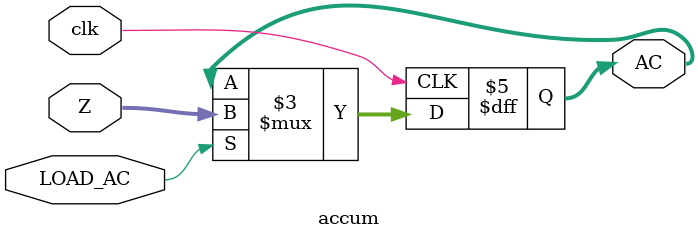
<source format=sv>

module accum(input logic [7:0] Z, input logic LOAD_AC,
			     input logic clk, output logic [7:0] AC);

	always_ff @(posedge clk)
		if(LOAD_AC) AC = Z;
		
endmodule

</source>
